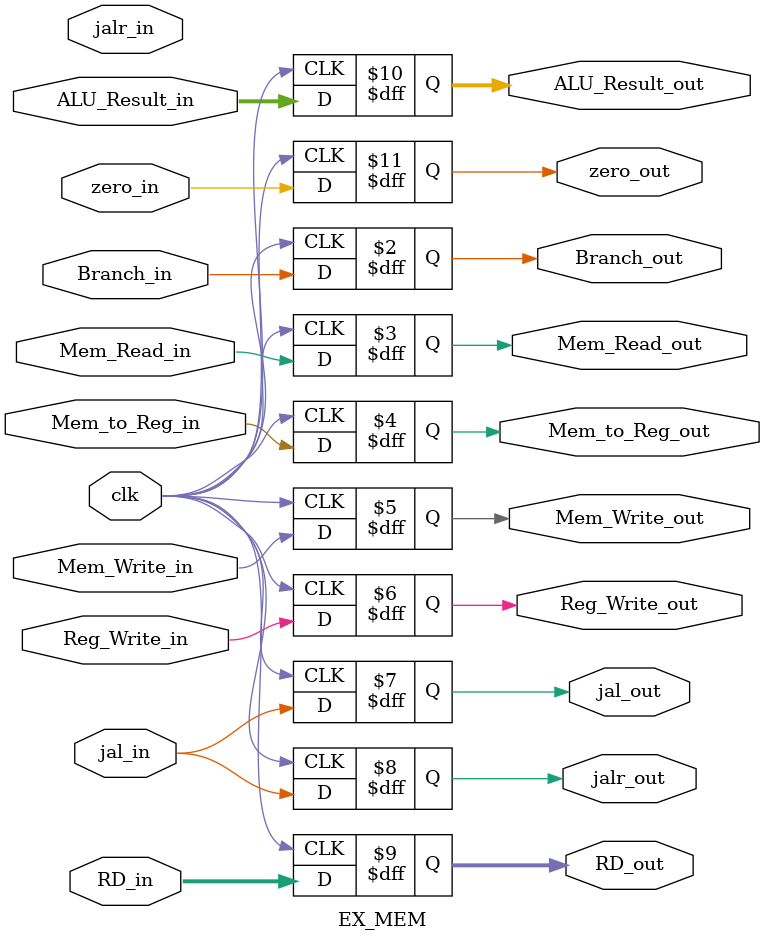
<source format=v>

module EX_MEM
(
	input clk,
	input Branch_in,
	input Mem_Read_in,
	input Mem_to_Reg_in,
	input Mem_Write_in,
	input Reg_Write_in,
	input jal_in,
	input jalr_in,
	input [31:0] RD_in,
	input [31:0] ALU_Result_in,
	input zero_in,
	
      /*input [4:0]  rt_in,
	input [31:0] Shifted_Instruction_in,
	input [4:0]  Shamt_in*/
	
	output reg Branch_out,
	output reg Mem_Read_out,
	output reg Mem_to_Reg_out,
	output reg Mem_Write_out,
	output reg Reg_Write_out,
	output reg jal_out,
	output reg jalr_out,

	output reg [31:0] RD_out,
	output reg [31:0] ALU_Result_out,
	output reg zero_out
      /*output reg [4:0]  rt_out,
	output reg [31:0] Shifted_Instruction_out,
	output reg [4:0]  Shamt_out*/
);

always@(negedge clk)
	begin
	
	Branch_out = Branch_in;
	Mem_Read_out = Mem_Read_in;
	Mem_to_Reg_out = Mem_to_Reg_in;
	Mem_Write_out = Mem_Write_in;
	Reg_Write_out = Reg_Write_in;
	jal_out = jal_in;
	jalr_out = jal_in;
		RD_out = RD_in;
	ALU_Result_out = ALU_Result_in;
	zero_out = zero_in;

	end

endmodule
</source>
